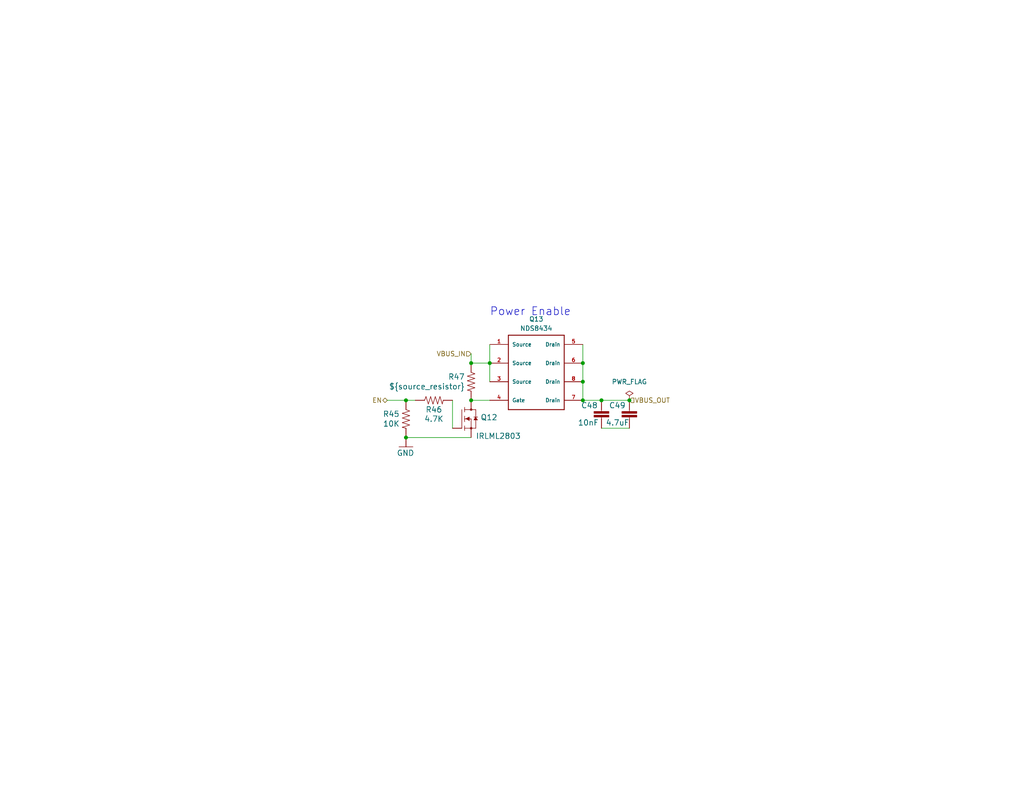
<source format=kicad_sch>
(kicad_sch (version 20231120) (generator "eeschema") (generator_version "8.0")
  (paper "A")
  (title_block (date "2023-11-01") (rev "1.0") (company "Stanford Student Space Initiative") (comment 1 "RE: Flynn Dreilinger") (comment 2 "Reviewer 1: Pete Mahowald") (comment 3 "Reviewer 2: Tim Vrakas") (comment 4 "Reviewer 3: Grant Regen"))
  (lib_symbols
    (symbol "adcs:NDS8434" (pin_names (offset 1.016))
      (property "Reference" "Q2" (at -1.27 11.43 0))
      (property "Value" "NDS8434" (at -5.08 -12.7 0))
      (symbol "NDS8434_0_0"
        (polyline (pts (xy -7.62 -10.16) (xy -7.62 10.16)) (stroke (width 0.254)))
        (polyline (pts (xy -7.62 10.16) (xy 7.62 10.16)) (stroke (width 0.254)))
        (polyline (pts (xy 7.62 -10.16) (xy -7.62 -10.16)) (stroke (width 0.254)))
        (polyline (pts (xy 7.62 10.16) (xy 7.62 -10.16)) (stroke (width 0.254)))
        (pin bidirectional line (at -12.7 7.62 0) (length 5.08) (name "Source") (number "1"))
        (pin bidirectional line (at -12.7 2.54 0) (length 5.08) (name "Source") (number "2"))
        (pin bidirectional line (at -12.7 -2.54 0) (length 5.08) (name "Source") (number "3"))
        (pin bidirectional line (at -12.7 -7.62 0) (length 5.08) (name "Gate") (number "4"))
        (pin bidirectional line (at 12.7 7.62 180) (length 5.08) (name "Drain") (number "5"))
        (pin bidirectional line (at 12.7 2.54 180) (length 5.08) (name "Drain") (number "6"))
        (pin bidirectional line (at 12.7 -7.62 180) (length 5.08) (name "Drain") (number "7"))
        (pin bidirectional line (at 12.7 -2.54 180) (length 5.08) (name "Drain") (number "8"))
      )
    )
    (symbol "mainboard:GND" (power) (pin_names (offset 1.016))
      (property "Value" "GND" (at -2.54 -2.54 0))
      (symbol "GND_1_0"
        (polyline (pts (xy -1.905 0) (xy 1.905 0)))
        (pin power_in line (at 0 2.54 270) (length 2.54) (name "GND") (number "1"))
      )
    )
    (symbol "mainboard:IRLML2803TRPBF" (pin_names (offset 1.016))
      (property "Reference" "Q" (at -11.43 1.27 0))
      (property "Value" "IRLML2803TRPBF" (at -11.43 3.81 0))
      (symbol "IRLML2803TRPBF_1_0"
        (polyline (pts (xy 0 2.54) (xy 0 -2.54)))
        (polyline (pts (xy 0.762 -2.54) (xy 0.762 -3.175)))
        (polyline (pts (xy 0.762 -1.905) (xy 0.762 -2.54)))
        (polyline (pts (xy 0.762 0) (xy 0.762 -0.762)))
        (polyline (pts (xy 0.762 0) (xy 2.54 0)))
        (polyline (pts (xy 0.762 0.762) (xy 0.762 0)))
        (polyline (pts (xy 0.762 2.54) (xy 0.762 1.905)))
        (polyline (pts (xy 0.762 2.54) (xy 3.81 2.54)))
        (polyline (pts (xy 0.762 3.175) (xy 0.762 2.54)))
        (polyline (pts (xy 2.54 -2.54) (xy 0.762 -2.54)))
        (polyline (pts (xy 2.54 -2.54) (xy 3.81 -2.54)))
        (polyline (pts (xy 2.54 0) (xy 2.54 -2.54)))
        (polyline (pts (xy 3.302 0.508) (xy 3.81 0.508)))
        (polyline (pts (xy 3.81 -0.508) (xy 3.81 -2.54)))
        (polyline (pts (xy 3.81 0.508) (xy 3.81 -0.508)))
        (polyline (pts (xy 3.81 0.508) (xy 4.318 0.508)))
        (polyline (pts (xy 3.81 2.54) (xy 3.81 0.508)))
        (polyline (pts (xy 1.016 0) (xy 2.032 0.508) (xy 2.032 -0.508)) (fill (type outline)))
        (polyline (pts (xy 3.81 0.508) (xy 3.302 -0.254) (xy 4.318 -0.254)) (fill (type outline)))
        (circle (center 2.54 -2.54) (radius 0.254))
        (circle (center 2.54 2.54) (radius 0.254))
        (pin passive line (at -2.54 -2.54 0) (length 2.54) (name "G") (number "1"))
        (pin passive line (at 2.54 -5.08 90) (length 2.54) (name "S") (number "2"))
        (pin passive line (at 2.54 5.08 270) (length 2.54) (name "D") (number "3"))
      )
    )
    (symbol "mainboard:R-US_R0603" (pin_names (offset 1.016))
      (property "Reference" "R" (at -3.81 1.4986 0))
      (property "Value" "R-US_R0603" (at -3.81 -3.302 0))
      (symbol "R-US_R0603_1_0"
        (polyline (pts (xy -2.54 0) (xy -2.159 1.016)))
        (polyline (pts (xy -2.159 1.016) (xy -1.524 -1.016)))
        (polyline (pts (xy -1.524 -1.016) (xy -0.889 1.016)))
        (polyline (pts (xy -0.889 1.016) (xy -0.254 -1.016)))
        (polyline (pts (xy -0.254 -1.016) (xy 0.381 1.016)))
        (polyline (pts (xy 0.381 1.016) (xy 1.016 -1.016)))
        (polyline (pts (xy 1.016 -1.016) (xy 1.651 1.016)))
        (polyline (pts (xy 1.651 1.016) (xy 2.286 -1.016)))
        (polyline (pts (xy 2.286 -1.016) (xy 2.54 0)))
        (pin passive line (at -5.08 0 0) (length 2.54) (name "1") (number "1"))
        (pin passive line (at 5.08 0 180) (length 2.54) (name "2") (number "2"))
      )
    )
    (symbol "power:PWR_FLAG" (power) (pin_numbers hide) (pin_names (offset 0) hide)
      (property "Value" "PWR_FLAG" (at 0 3.81 0))
      (symbol "PWR_FLAG_0_0"
        (pin power_out line (at 0 0 90) (length 0) (name "pwr") (number "1"))
      )
      (symbol "PWR_FLAG_0_1"
        (polyline (pts (xy 0 0) (xy 0 1.27) (xy -1.016 1.905) (xy 0 2.54) (xy 1.016 1.905) (xy 0 1.27)))
      )
    )
    (symbol "pycubed_mainboard:10NF_10000PF-50V-10%(0603)" (pin_names (offset 1.016))
      (property "Reference" "C" (at 1.524 2.921 0))
      (property "Value" "10NF_10000PF-50V-10%(0603)" (at 1.524 -2.159 0))
      (symbol "10NF_10000PF-50V-10%(0603)_1_0"
        (rectangle (start -2.032 0.508) (end 2.032 1.016) (fill (type outline)))
        (rectangle (start -2.032 1.524) (end 2.032 2.032) (fill (type outline)))
        (polyline (pts (xy 0 0) (xy 0 0.508)))
        (polyline (pts (xy 0 2.54) (xy 0 2.032)))
        (pin passive line (at 0 5.08 270) (length 2.54) (name "1") (number "1"))
        (pin passive line (at 0 -2.54 90) (length 2.54) (name "2") (number "2"))
      )
    )
  )
  (junction (at 128.5494 109.2962))
  (junction (at 110.7694 109.2962))
  (junction (at 171.7294 109.2962))
  (junction (at 159.0294 109.2962))
  (junction (at 110.7694 119.4562))
  (junction (at 164.1094 109.2962))
  (junction (at 159.0294 104.2162))
  (junction (at 159.0294 99.1362))
  (junction (at 128.5494 99.1362))
  (junction (at 133.6294 99.1362))
  (wire (pts (xy 128.5494 99.1362) (xy 128.5494 96.5962)))
  (wire (pts (xy 159.0294 104.2162) (xy 159.0294 109.2962)))
  (wire (pts (xy 133.6294 99.1362) (xy 133.6294 104.2162)))
  (wire (pts (xy 133.6294 109.2962) (xy 128.5494 109.2962)))
  (wire (pts (xy 159.0294 99.1362) (xy 159.0294 104.2162)))
  (wire (pts (xy 164.1094 109.2962) (xy 171.7294 109.2962)))
  (wire (pts (xy 133.6294 99.1362) (xy 128.5494 99.1362)))
  (wire (pts (xy 110.7694 109.2962) (xy 105.6894 109.2962)))
  (wire (pts (xy 159.0294 109.2962) (xy 164.1094 109.2962)))
  (wire (pts (xy 159.0294 94.0562) (xy 159.0294 99.1362)))
  (wire (pts (xy 128.5494 119.4562) (xy 110.7694 119.4562)))
  (wire (pts (xy 164.1094 116.9162) (xy 171.7294 116.9162)))
  (wire (pts (xy 133.6294 94.0562) (xy 133.6294 99.1362)))
  (wire (pts (xy 113.3094 109.2962) (xy 110.7694 109.2962)))
  (wire (pts (xy 123.4694 116.9162) (xy 123.4694 109.2962)))
  (text "Power Enable" (at 133.6294 86.4362 0) (effects (font (size 2.159 2.159)) (justify left bottom)))
  (hierarchical_label "EN" (shape bidirectional) (at 105.6894 109.2962 180))
  (hierarchical_label "VBUS_OUT" (shape input) (at 171.704 109.2962 0))
  (hierarchical_label "VBUS_IN" (shape input) (at 128.5494 96.5962 180))
  (symbol (lib_id "mainboard:R-US_R0603") (at 118.3894 109.2962 0) (unit 1)
    (property "Reference" "R34" (at 118.3894 111.8362 0) (effects (font (size 1.4986 1.4986))))
    (property "Value" "4.7K" (at 118.3894 114.3762 0) (effects (font (size 1.4986 1.4986))))
    (property "Footprint" "Resistor_SMD:R_0603_1608Metric" (effects (hide yes)))
    (property "Description" "4.7K 0603" (effects (hide yes)))
    (instances (project "adcs-hardware" (path "" (reference "R46") (unit 1)) (path "" (reference "R34") (unit 1)) (path "" (reference "R49") (unit 1)) (path "" (reference "R43") (unit 1)) (path "" (reference "R37") (unit 1)) (path "" (reference "R40") (unit 1))) (project "mainboard" (path "" (reference "R?") (unit 1))))
  )
  (symbol (lib_id "power:PWR_FLAG") (at 171.7294 109.2962 0) (unit 1)
    (property "Reference" "#FLG07" (effects (hide yes)))
    (property "Value" "PWR_FLAG" (at 171.7294 104.2416 0))
    (instances (project "adcs-hardware" (path "" (reference "#FLG011") (unit 1)) (path "" (reference "#FLG07") (unit 1)) (path "" (reference "#FLG012") (unit 1)) (path "" (reference "#FLG010") (unit 1)) (path "" (reference "#FLG08") (unit 1)) (path "" (reference "#FLG09") (unit 1))))
  )
  (symbol (lib_id "mainboard:IRLML2803TRPBF") (at 126.0094 114.3762 0) (unit 1)
    (property "Reference" "Q4" (at 131.0894 113.1062 0) (effects (font (size 1.4986 1.4986)) (justify left top)))
    (property "Value" "IRLML2803" (at 129.8194 118.1862 0) (effects (font (size 1.4986 1.4986)) (justify left top)))
    (property "Footprint" "mainboard:SOT-23" (effects (hide yes)))
    (property "Datasheet" "https://www.infineon.com/dgdl/irlml2803pbf.pdf?fileId=5546d462533600a4015356682aff260f" (effects (hide yes)))
    (property "Description" "Single N-Channel MOSFET" (effects (hide yes)))
    (property "Flight" "IRLML2803" (effects (hide yes)))
    (property "Manufacturer_Name" "Infineon Technologies" (effects (hide yes)))
    (property "Proto" "2302" (effects (hide yes)))
    (instances (project "adcs-hardware" (path "" (reference "Q12") (unit 1)) (path "" (reference "Q4") (unit 1)) (path "" (reference "Q14") (unit 1)) (path "" (reference "Q10") (unit 1)) (path "" (reference "Q6") (unit 1)) (path "" (reference "Q8") (unit 1))) (project "mainboard" (path "" (reference "Q?") (unit 1))))
  )
  (symbol (lib_id "mainboard:R-US_R0603") (at 128.5494 104.2162 270) (unit 1)
    (property "Reference" "R35" (at 126.8476 102.87 90) (effects (font (size 1.4986 1.4986)) (justify right)))
    (property "Value" "${source_resistor}" (at 126.8476 105.537 90) (effects (font (size 1.4986 1.4986)) (justify right)))
    (property "Footprint" "Resistor_SMD:R_0603_1608Metric" (effects (hide yes)))
    (property "Description" "0603" (effects (hide yes)))
    (instances (project "adcs-hardware" (path "" (reference "R47") (unit 1)) (path "" (reference "R35") (unit 1)) (path "" (reference "R50") (unit 1)) (path "" (reference "R44") (unit 1)) (path "" (reference "R38") (unit 1)) (path "" (reference "R41") (unit 1))) (project "mainboard" (path "" (reference "R?") (unit 1))))
  )
  (symbol (lib_id "pycubed_mainboard:10NF_10000PF-50V-10%(0603)") (at 171.7294 114.3762 0) (unit 1)
    (property "Reference" "C41" (at 166.1414 110.6932 0) (effects (font (size 1.4986 1.4986)) (justify left)))
    (property "Value" "4.7uF" (at 165.2524 115.3922 0) (effects (font (size 1.4986 1.4986)) (justify left)))
    (property "Footprint" "Capacitor_SMD:C_0603_1608Metric" (effects (hide yes)))
    (instances (project "adcs-hardware" (path "" (reference "C49") (unit 1)) (path "" (reference "C41") (unit 1)) (path "" (reference "C51") (unit 1)) (path "" (reference "C47") (unit 1)) (path "" (reference "C43") (unit 1)) (path "" (reference "C45") (unit 1))))
  )
  (symbol (lib_id "adcs:NDS8434") (at 146.3294 101.6762 0) (unit 1)
    (property "Reference" "Q5" (at 146.3294 87.122 0))
    (property "Value" "NDS8434" (at 146.3294 89.662 0))
    (property "Footprint" "mainboard:NDS8434" (effects (hide yes)))
    (property "Datasheet" "https://www.onsemi.com/pdf/datasheet/nds8434-d.pdf" (effects (hide yes)))
    (property "Description" "P-Channel MOSFET" (effects (hide yes)))
    (property "Flight" "NDS8434" (effects (hide yes)))
    (property "Manufacturer_Name" "ON Semiconductor" (effects (hide yes)))
    (property "Proto" "DMP2022LSS-13" (effects (hide yes)))
    (instances (project "adcs-hardware" (path "" (reference "Q13") (unit 1)) (path "" (reference "Q5") (unit 1)) (path "" (reference "Q15") (unit 1)) (path "" (reference "Q11") (unit 1)) (path "" (reference "Q7") (unit 1)) (path "" (reference "Q9") (unit 1))))
  )
  (symbol (lib_id "mainboard:R-US_R0603") (at 110.7694 114.3762 270) (unit 1)
    (property "Reference" "R33" (at 109.0676 113.03 90) (effects (font (size 1.4986 1.4986)) (justify right)))
    (property "Value" "10K" (at 109.0676 115.697 90) (effects (font (size 1.4986 1.4986)) (justify right)))
    (property "Footprint" "Resistor_SMD:R_0603_1608Metric" (effects (hide yes)))
    (property "Description" "10K 0603" (effects (hide yes)))
    (instances (project "adcs-hardware" (path "" (reference "R45") (unit 1)) (path "" (reference "R33") (unit 1)) (path "" (reference "R48") (unit 1)) (path "" (reference "R42") (unit 1)) (path "" (reference "R36") (unit 1)) (path "" (reference "R39") (unit 1))) (project "mainboard" (path "" (reference "R?") (unit 1))))
  )
  (symbol (lib_id "pycubed_mainboard:10NF_10000PF-50V-10%(0603)") (at 164.1094 114.3762 0) (unit 1)
    (property "Reference" "C40" (at 158.5214 110.6932 0) (effects (font (size 1.4986 1.4986)) (justify left)))
    (property "Value" "10nF" (at 157.6324 115.3922 0) (effects (font (size 1.4986 1.4986)) (justify left)))
    (property "Footprint" "Capacitor_SMD:C_0603_1608Metric" (effects (hide yes)))
    (instances (project "adcs-hardware" (path "" (reference "C48") (unit 1)) (path "" (reference "C40") (unit 1)) (path "" (reference "C50") (unit 1)) (path "" (reference "C46") (unit 1)) (path "" (reference "C42") (unit 1)) (path "" (reference "C44") (unit 1))))
  )
  (symbol (lib_id "mainboard:GND") (at 110.7694 121.9962 0) (unit 1)
    (property "Reference" "#GND018" (effects (hide yes)))
    (property "Value" "GND" (at 108.2294 124.5362 0) (effects (font (size 1.4986 1.4986)) (justify left bottom)))
    (instances (project "adcs-hardware" (path "" (reference "#GND022") (unit 1)) (path "" (reference "#GND018") (unit 1)) (path "" (reference "#GND023") (unit 1)) (path "" (reference "#GND021") (unit 1)) (path "" (reference "#GND019") (unit 1)) (path "" (reference "#GND020") (unit 1))) (project "mainboard" (path "" (reference "#GND?") (unit 1))))
  )
)
</source>
